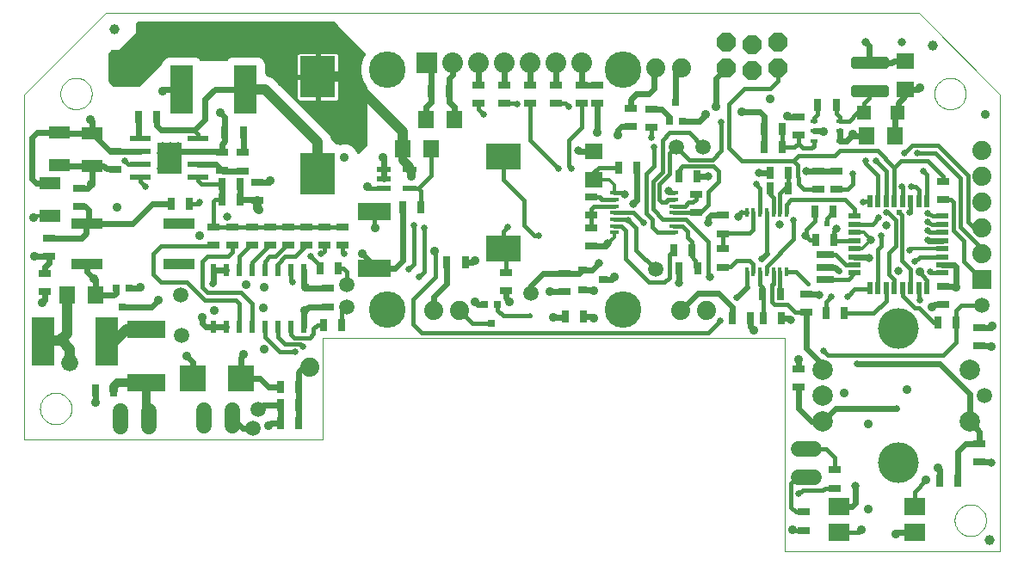
<source format=gtl>
G75*
G70*
%OFA0B0*%
%FSLAX24Y24*%
%IPPOS*%
%LPD*%
%AMOC8*
5,1,8,0,0,1.08239X$1,22.5*
%
%ADD10C,0.0000*%
%ADD11C,0.0787*%
%ADD12C,0.1575*%
%ADD13R,0.0520X0.0220*%
%ADD14R,0.0472X0.0315*%
%ADD15R,0.0315X0.0472*%
%ADD16R,0.1260X0.0709*%
%ADD17R,0.0800X0.0800*%
%ADD18C,0.0800*%
%ADD19C,0.1417*%
%ADD20R,0.0630X0.0709*%
%ADD21R,0.1220X0.0394*%
%ADD22R,0.0669X0.0276*%
%ADD23R,0.0500X0.0220*%
%ADD24R,0.0220X0.0500*%
%ADD25R,0.0236X0.0472*%
%ADD26R,0.0315X0.0177*%
%ADD27R,0.0846X0.0197*%
%ADD28R,0.0945X0.1220*%
%ADD29C,0.0246*%
%ADD30R,0.1378X0.1614*%
%ADD31R,0.0550X0.0550*%
%ADD32R,0.0709X0.0630*%
%ADD33R,0.0354X0.0315*%
%ADD34R,0.0787X0.0472*%
%ADD35R,0.0900X0.1890*%
%ADD36R,0.1000X0.1000*%
%ADD37R,0.0276X0.0276*%
%ADD38R,0.1457X0.0709*%
%ADD39C,0.0600*%
%ADD40C,0.0394*%
%ADD41C,0.0591*%
%ADD42C,0.0740*%
%ADD43R,0.0740X0.0740*%
%ADD44R,0.0354X0.0138*%
%ADD45R,0.0138X0.0354*%
%ADD46R,0.0787X0.0701*%
%ADD47OC8,0.0740*%
%ADD48R,0.1339X0.1024*%
%ADD49C,0.0240*%
%ADD50C,0.0360*%
%ADD51C,0.0120*%
%ADD52C,0.0320*%
%ADD53C,0.0250*%
%ADD54C,0.0160*%
%ADD55C,0.0200*%
%ADD56C,0.0240*%
%ADD57C,0.0660*%
%ADD58C,0.0400*%
%ADD59C,0.0200*%
%ADD60C,0.0320*%
%ADD61C,0.0100*%
D10*
X000180Y005173D02*
X011735Y005173D01*
X011735Y009110D01*
X029633Y009110D01*
X029633Y000843D01*
X037975Y000843D01*
X037975Y018559D01*
X034827Y021708D01*
X003329Y021708D01*
X000180Y018559D01*
X000180Y005173D01*
X000783Y006386D02*
X000785Y006435D01*
X000791Y006484D01*
X000801Y006532D01*
X000814Y006579D01*
X000832Y006625D01*
X000853Y006669D01*
X000877Y006712D01*
X000905Y006752D01*
X000936Y006791D01*
X000970Y006826D01*
X001007Y006859D01*
X001046Y006888D01*
X001088Y006914D01*
X001131Y006937D01*
X001177Y006956D01*
X001223Y006972D01*
X001271Y006984D01*
X001319Y006992D01*
X001368Y006996D01*
X001418Y006996D01*
X001467Y006992D01*
X001515Y006984D01*
X001563Y006972D01*
X001609Y006956D01*
X001655Y006937D01*
X001698Y006914D01*
X001740Y006888D01*
X001779Y006859D01*
X001816Y006826D01*
X001850Y006791D01*
X001881Y006752D01*
X001909Y006712D01*
X001933Y006669D01*
X001954Y006625D01*
X001972Y006579D01*
X001985Y006532D01*
X001995Y006484D01*
X002001Y006435D01*
X002003Y006386D01*
X002001Y006337D01*
X001995Y006288D01*
X001985Y006240D01*
X001972Y006193D01*
X001954Y006147D01*
X001933Y006103D01*
X001909Y006060D01*
X001881Y006020D01*
X001850Y005981D01*
X001816Y005946D01*
X001779Y005913D01*
X001740Y005884D01*
X001698Y005858D01*
X001655Y005835D01*
X001609Y005816D01*
X001563Y005800D01*
X001515Y005788D01*
X001467Y005780D01*
X001418Y005776D01*
X001368Y005776D01*
X001319Y005780D01*
X001271Y005788D01*
X001223Y005800D01*
X001177Y005816D01*
X001131Y005835D01*
X001088Y005858D01*
X001046Y005884D01*
X001007Y005913D01*
X000970Y005946D01*
X000936Y005981D01*
X000905Y006020D01*
X000877Y006060D01*
X000853Y006103D01*
X000832Y006147D01*
X000814Y006193D01*
X000801Y006240D01*
X000791Y006288D01*
X000785Y006337D01*
X000783Y006386D01*
X001570Y018591D02*
X001572Y018640D01*
X001578Y018689D01*
X001588Y018737D01*
X001601Y018784D01*
X001619Y018830D01*
X001640Y018874D01*
X001664Y018917D01*
X001692Y018957D01*
X001723Y018996D01*
X001757Y019031D01*
X001794Y019064D01*
X001833Y019093D01*
X001875Y019119D01*
X001918Y019142D01*
X001964Y019161D01*
X002010Y019177D01*
X002058Y019189D01*
X002106Y019197D01*
X002155Y019201D01*
X002205Y019201D01*
X002254Y019197D01*
X002302Y019189D01*
X002350Y019177D01*
X002396Y019161D01*
X002442Y019142D01*
X002485Y019119D01*
X002527Y019093D01*
X002566Y019064D01*
X002603Y019031D01*
X002637Y018996D01*
X002668Y018957D01*
X002696Y018917D01*
X002720Y018874D01*
X002741Y018830D01*
X002759Y018784D01*
X002772Y018737D01*
X002782Y018689D01*
X002788Y018640D01*
X002790Y018591D01*
X002788Y018542D01*
X002782Y018493D01*
X002772Y018445D01*
X002759Y018398D01*
X002741Y018352D01*
X002720Y018308D01*
X002696Y018265D01*
X002668Y018225D01*
X002637Y018186D01*
X002603Y018151D01*
X002566Y018118D01*
X002527Y018089D01*
X002485Y018063D01*
X002442Y018040D01*
X002396Y018021D01*
X002350Y018005D01*
X002302Y017993D01*
X002254Y017985D01*
X002205Y017981D01*
X002155Y017981D01*
X002106Y017985D01*
X002058Y017993D01*
X002010Y018005D01*
X001964Y018021D01*
X001918Y018040D01*
X001875Y018063D01*
X001833Y018089D01*
X001794Y018118D01*
X001757Y018151D01*
X001723Y018186D01*
X001692Y018225D01*
X001664Y018265D01*
X001640Y018308D01*
X001619Y018352D01*
X001601Y018398D01*
X001588Y018445D01*
X001578Y018493D01*
X001572Y018542D01*
X001570Y018591D01*
X035428Y018591D02*
X035430Y018640D01*
X035436Y018689D01*
X035446Y018737D01*
X035459Y018784D01*
X035477Y018830D01*
X035498Y018874D01*
X035522Y018917D01*
X035550Y018957D01*
X035581Y018996D01*
X035615Y019031D01*
X035652Y019064D01*
X035691Y019093D01*
X035733Y019119D01*
X035776Y019142D01*
X035822Y019161D01*
X035868Y019177D01*
X035916Y019189D01*
X035964Y019197D01*
X036013Y019201D01*
X036063Y019201D01*
X036112Y019197D01*
X036160Y019189D01*
X036208Y019177D01*
X036254Y019161D01*
X036300Y019142D01*
X036343Y019119D01*
X036385Y019093D01*
X036424Y019064D01*
X036461Y019031D01*
X036495Y018996D01*
X036526Y018957D01*
X036554Y018917D01*
X036578Y018874D01*
X036599Y018830D01*
X036617Y018784D01*
X036630Y018737D01*
X036640Y018689D01*
X036646Y018640D01*
X036648Y018591D01*
X036646Y018542D01*
X036640Y018493D01*
X036630Y018445D01*
X036617Y018398D01*
X036599Y018352D01*
X036578Y018308D01*
X036554Y018265D01*
X036526Y018225D01*
X036495Y018186D01*
X036461Y018151D01*
X036424Y018118D01*
X036385Y018089D01*
X036343Y018063D01*
X036300Y018040D01*
X036254Y018021D01*
X036208Y018005D01*
X036160Y017993D01*
X036112Y017985D01*
X036063Y017981D01*
X036013Y017981D01*
X035964Y017985D01*
X035916Y017993D01*
X035868Y018005D01*
X035822Y018021D01*
X035776Y018040D01*
X035733Y018063D01*
X035691Y018089D01*
X035652Y018118D01*
X035615Y018151D01*
X035581Y018186D01*
X035550Y018225D01*
X035522Y018265D01*
X035498Y018308D01*
X035477Y018352D01*
X035459Y018398D01*
X035446Y018445D01*
X035436Y018493D01*
X035430Y018542D01*
X035428Y018591D01*
X036216Y002055D02*
X036218Y002104D01*
X036224Y002153D01*
X036234Y002201D01*
X036247Y002248D01*
X036265Y002294D01*
X036286Y002338D01*
X036310Y002381D01*
X036338Y002421D01*
X036369Y002460D01*
X036403Y002495D01*
X036440Y002528D01*
X036479Y002557D01*
X036521Y002583D01*
X036564Y002606D01*
X036610Y002625D01*
X036656Y002641D01*
X036704Y002653D01*
X036752Y002661D01*
X036801Y002665D01*
X036851Y002665D01*
X036900Y002661D01*
X036948Y002653D01*
X036996Y002641D01*
X037042Y002625D01*
X037088Y002606D01*
X037131Y002583D01*
X037173Y002557D01*
X037212Y002528D01*
X037249Y002495D01*
X037283Y002460D01*
X037314Y002421D01*
X037342Y002381D01*
X037366Y002338D01*
X037387Y002294D01*
X037405Y002248D01*
X037418Y002201D01*
X037428Y002153D01*
X037434Y002104D01*
X037436Y002055D01*
X037434Y002006D01*
X037428Y001957D01*
X037418Y001909D01*
X037405Y001862D01*
X037387Y001816D01*
X037366Y001772D01*
X037342Y001729D01*
X037314Y001689D01*
X037283Y001650D01*
X037249Y001615D01*
X037212Y001582D01*
X037173Y001553D01*
X037131Y001527D01*
X037088Y001504D01*
X037042Y001485D01*
X036996Y001469D01*
X036948Y001457D01*
X036900Y001449D01*
X036851Y001445D01*
X036801Y001445D01*
X036752Y001449D01*
X036704Y001457D01*
X036656Y001469D01*
X036610Y001485D01*
X036564Y001504D01*
X036521Y001527D01*
X036479Y001553D01*
X036440Y001582D01*
X036403Y001615D01*
X036369Y001650D01*
X036338Y001689D01*
X036310Y001729D01*
X036286Y001772D01*
X036265Y001816D01*
X036247Y001862D01*
X036234Y001909D01*
X036224Y001957D01*
X036218Y002006D01*
X036216Y002055D01*
D11*
X036788Y005874D03*
X036788Y007874D03*
X031088Y007874D03*
X031088Y006874D03*
X031088Y005874D03*
D12*
X034038Y004274D03*
X034038Y009474D03*
D13*
X015110Y014923D03*
X015110Y015663D03*
X014110Y015663D03*
X014110Y015293D03*
X014110Y014923D03*
D14*
X012505Y013423D03*
X011805Y013423D03*
X011105Y013423D03*
X010405Y013423D03*
X009705Y013423D03*
X009005Y013423D03*
X008245Y013418D03*
X007515Y013418D03*
X007515Y012709D03*
X008245Y012709D03*
X009005Y012714D03*
X009705Y012714D03*
X010405Y012714D03*
X011105Y012714D03*
X011805Y012714D03*
X012505Y012714D03*
X011930Y011043D03*
X011930Y010334D03*
X018840Y010959D03*
X018840Y011668D03*
X021100Y011627D03*
X021100Y010919D03*
X022135Y012689D03*
X022135Y013398D03*
X022135Y013889D03*
X022135Y014598D03*
X026210Y014683D03*
X026210Y013974D03*
X027230Y013878D03*
X027230Y013169D03*
X027230Y012578D03*
X027230Y011869D03*
X030480Y010828D03*
X030480Y010119D03*
X030180Y007928D03*
X030180Y007219D03*
X031580Y004008D03*
X031580Y003299D03*
X030380Y002378D03*
X030380Y001669D03*
X037180Y004319D03*
X037180Y005028D03*
X037180Y008819D03*
X037180Y009528D03*
X035780Y010419D03*
X035780Y011128D03*
X035765Y014484D03*
X035765Y015193D03*
X031635Y014889D03*
X030935Y014889D03*
X030935Y015598D03*
X031635Y015598D03*
X030165Y016984D03*
X030165Y017693D03*
X024460Y017993D03*
X023665Y018018D03*
X023665Y017309D03*
X024460Y017284D03*
X022380Y018219D03*
X021780Y018219D03*
X021780Y018928D03*
X022380Y018928D03*
X020780Y018928D03*
X020780Y018219D03*
X019780Y018219D03*
X018780Y018219D03*
X018780Y018928D03*
X019780Y018928D03*
X017780Y018928D03*
X017780Y018219D03*
X009210Y015168D03*
X008635Y015599D03*
X007835Y015624D03*
X007835Y016333D03*
X008635Y016308D03*
X009210Y014459D03*
X003710Y015650D03*
X003710Y016358D03*
X002300Y014923D03*
X002300Y014214D03*
X001135Y012998D03*
X001135Y012289D03*
X000980Y011628D03*
X000980Y010919D03*
D15*
X005856Y014328D03*
X006564Y014328D03*
X007826Y014494D03*
X007836Y015103D03*
X008544Y015103D03*
X008535Y014494D03*
X008659Y017073D03*
X007951Y017073D03*
X005310Y017684D03*
X004602Y017684D03*
X014826Y014173D03*
X015534Y014173D03*
X016546Y012053D03*
X017254Y012053D03*
X021126Y009956D03*
X021835Y009956D03*
X025551Y011823D03*
X026259Y011823D03*
X026034Y012518D03*
X025326Y012518D03*
X028776Y010823D03*
X029484Y010823D03*
X029504Y009903D03*
X028796Y009903D03*
X028294Y009893D03*
X027586Y009893D03*
X031226Y010073D03*
X031934Y010073D03*
X035576Y009723D03*
X036284Y009723D03*
X031534Y012933D03*
X030826Y012933D03*
X030806Y014013D03*
X031514Y014013D03*
X029784Y014923D03*
X029076Y014923D03*
X029076Y015523D03*
X029784Y015523D03*
X029549Y016508D03*
X028841Y016508D03*
X028841Y017208D03*
X029549Y017208D03*
X030911Y018138D03*
X031619Y018138D03*
X026234Y015373D03*
X025526Y015373D03*
X023904Y015718D03*
X023196Y015718D03*
X016634Y018673D03*
X015926Y018673D03*
X012334Y011823D03*
X011626Y011823D03*
X011776Y009623D03*
X012484Y009623D03*
X010794Y007223D03*
X010086Y007223D03*
X010086Y006523D03*
X010794Y006523D03*
X010794Y005823D03*
X010086Y005823D03*
X003634Y007073D03*
X002926Y007073D03*
X035626Y003573D03*
X036334Y003573D03*
D16*
X013730Y011816D03*
X013730Y014021D03*
D17*
X015783Y019796D03*
D18*
X016783Y019796D03*
X017783Y019796D03*
X018783Y019796D03*
X019783Y019796D03*
X020783Y019796D03*
X021783Y019796D03*
D19*
X023374Y019536D03*
X014240Y019536D03*
X014240Y010206D03*
X023374Y010206D03*
D20*
X015936Y016458D03*
X014834Y016458D03*
X015729Y017573D03*
X016831Y017573D03*
X002931Y010773D03*
X001829Y010773D03*
X032814Y016938D03*
X033916Y016938D03*
D21*
X006152Y013561D03*
X006152Y011986D03*
X002608Y011986D03*
X002608Y013561D03*
D22*
X031185Y012341D03*
X031185Y011868D03*
X031185Y011396D03*
D23*
X032345Y011641D03*
X032345Y011956D03*
X032345Y012271D03*
X032345Y012586D03*
X032345Y012901D03*
X032345Y013216D03*
X032345Y013531D03*
X032345Y013846D03*
X035725Y013846D03*
X035725Y013531D03*
X035725Y013216D03*
X035725Y012901D03*
X035725Y012586D03*
X035725Y012271D03*
X035725Y011956D03*
X035725Y011641D03*
D24*
X035137Y011053D03*
X034822Y011053D03*
X034507Y011053D03*
X034192Y011053D03*
X033878Y011053D03*
X033563Y011053D03*
X033248Y011053D03*
X032933Y011053D03*
X032933Y014433D03*
X033248Y014433D03*
X033563Y014433D03*
X033878Y014433D03*
X034192Y014433D03*
X034507Y014433D03*
X034822Y014433D03*
X035137Y014433D03*
D25*
X011005Y011771D03*
X010505Y011771D03*
X010005Y011771D03*
X009505Y011771D03*
X009005Y011771D03*
X008505Y011771D03*
X008005Y011771D03*
X007505Y011771D03*
X007505Y009566D03*
X008005Y009566D03*
X008505Y009566D03*
X009005Y009566D03*
X009505Y009566D03*
X010005Y009566D03*
X010505Y009566D03*
X011005Y009566D03*
D26*
X030763Y016764D03*
X030763Y017138D03*
X030763Y017512D03*
X031767Y017512D03*
X031767Y017138D03*
X031767Y016764D03*
D27*
X006917Y016848D03*
X006917Y016348D03*
X006917Y015848D03*
X006917Y015348D03*
X004653Y015348D03*
X004653Y015848D03*
X004653Y016348D03*
X004653Y016848D03*
D28*
X005785Y016098D03*
D29*
X032290Y018830D02*
X033540Y018830D01*
X033540Y018584D01*
X032290Y018584D01*
X032290Y018830D01*
X032290Y018829D02*
X033540Y018829D01*
X033540Y019933D02*
X032290Y019933D01*
X033540Y019933D02*
X033540Y019687D01*
X032290Y019687D01*
X032290Y019933D01*
X032290Y019932D02*
X033540Y019932D01*
D30*
X011545Y019239D03*
X011545Y015498D03*
D31*
X032715Y017838D03*
X034015Y017838D03*
D32*
X034295Y018757D03*
X034295Y019860D03*
X022250Y016370D03*
X022250Y015267D03*
D33*
X021787Y011749D03*
X022613Y011375D03*
X021787Y011001D03*
D34*
X002795Y015804D03*
X001550Y015824D03*
X001160Y015108D03*
X001160Y013849D03*
X001550Y017083D03*
X002795Y017063D03*
D35*
X006280Y018748D03*
X008720Y018748D03*
X003355Y009003D03*
X000915Y009003D03*
D36*
X006705Y007558D03*
X008555Y007558D03*
D37*
X003980Y010309D03*
X003724Y011038D03*
X004236Y011038D03*
X018004Y010418D03*
X018516Y010418D03*
X018260Y009689D03*
X025154Y017509D03*
X025666Y017509D03*
X025410Y018238D03*
D38*
X004895Y009442D03*
X004895Y007375D03*
D39*
X004995Y006293D02*
X004995Y005693D01*
X003895Y005693D02*
X003895Y006293D01*
X007140Y006308D02*
X007140Y005708D01*
X008240Y005708D02*
X008240Y006308D01*
X030180Y004823D02*
X030780Y004823D01*
X030780Y003723D02*
X030180Y003723D01*
D40*
X037580Y001273D03*
X035365Y020463D03*
X003680Y021073D03*
D41*
X007720Y020973D03*
X012680Y011173D03*
X012680Y010323D03*
X006230Y010773D03*
X006280Y009223D03*
X009220Y006338D03*
X009030Y005623D03*
X019800Y010863D03*
X024630Y011773D03*
X025430Y016523D03*
X026480Y016523D03*
X037280Y010373D03*
X037380Y006873D03*
D42*
X037280Y012373D03*
X037280Y013373D03*
X037280Y014373D03*
X037280Y015373D03*
X037280Y016373D03*
X026600Y010173D03*
X025600Y010173D03*
X017040Y010173D03*
X016040Y010173D03*
X011230Y007973D03*
X024645Y019603D03*
X025645Y019603D03*
D43*
X037280Y011373D03*
D44*
X025332Y013206D03*
X025332Y013462D03*
X025332Y013718D03*
X025332Y013973D03*
X025332Y014229D03*
X025332Y014485D03*
X025332Y014741D03*
X023028Y014741D03*
X023028Y014485D03*
X023028Y014229D03*
X023028Y013973D03*
X023028Y013718D03*
X023028Y013462D03*
X023028Y013206D03*
D45*
X028162Y013975D03*
X028418Y013975D03*
X028674Y013975D03*
X028930Y013975D03*
X029186Y013975D03*
X029442Y013975D03*
X029698Y013975D03*
X029698Y011672D03*
X029442Y011672D03*
X029186Y011672D03*
X028930Y011672D03*
X028674Y011672D03*
X028418Y011672D03*
X028162Y011672D03*
D46*
X031723Y002573D03*
X031723Y001573D03*
X034656Y001573D03*
X034656Y002573D03*
D47*
X028380Y019473D03*
X029380Y019573D03*
X029380Y020573D03*
X028380Y020473D03*
X027380Y020573D03*
X027380Y019573D03*
D48*
X018740Y016145D03*
X018740Y012602D03*
D49*
X017620Y012133D02*
X017540Y012053D01*
X017254Y012053D01*
X016546Y012053D02*
X016546Y011219D01*
X016040Y010713D01*
X016040Y010173D01*
X017736Y010418D02*
X018004Y010418D01*
X018840Y010673D02*
X018980Y010533D01*
X018840Y010673D02*
X018840Y010959D01*
X019800Y010863D02*
X019800Y011143D01*
X020284Y011627D01*
X021100Y011627D01*
X021665Y011627D01*
X021787Y011749D01*
X022176Y011749D01*
X022440Y012013D01*
X023030Y011473D02*
X022932Y011375D01*
X022613Y011375D01*
X022252Y011001D02*
X022220Y010953D01*
X022252Y011001D02*
X021787Y011001D01*
X021100Y010919D02*
X020555Y010919D01*
X020550Y010913D01*
X020680Y009923D02*
X021093Y009923D01*
X021126Y009956D01*
X021835Y009956D02*
X022147Y009956D01*
X022230Y009873D01*
X025520Y011243D02*
X025551Y011274D01*
X025551Y011823D01*
X026280Y010853D02*
X025600Y010173D01*
X026280Y010853D02*
X027060Y010853D01*
X027586Y010328D01*
X027586Y009893D01*
X028294Y009893D02*
X028294Y009539D01*
X028420Y009413D01*
X029504Y009903D02*
X029790Y009903D01*
X029880Y009813D01*
X030480Y010119D02*
X030480Y008713D01*
X031080Y008113D01*
X031080Y007883D01*
X030180Y007928D02*
X030180Y008273D01*
X030180Y007219D02*
X030180Y006373D01*
X030680Y005873D01*
X031087Y005873D01*
X031088Y005874D02*
X031587Y006373D01*
X033980Y006373D01*
X036334Y004728D02*
X036634Y005028D01*
X037180Y005028D01*
X037180Y005483D01*
X036788Y005874D01*
X036788Y006965D01*
X035620Y008133D01*
X032420Y008133D01*
X035330Y010323D02*
X035426Y010419D01*
X035780Y010419D01*
X035780Y011128D02*
X036134Y011128D01*
X036280Y011073D01*
X036280Y011873D01*
X036197Y011956D01*
X035725Y011956D01*
X035725Y012901D02*
X035203Y012901D01*
X035180Y012923D01*
X032910Y012223D02*
X032832Y012271D01*
X032345Y012271D01*
X031730Y011723D02*
X031575Y011868D01*
X031185Y011868D01*
X030926Y010828D02*
X030480Y010828D01*
X030926Y010828D02*
X030980Y010773D01*
X028930Y012403D02*
X028720Y012193D01*
X028162Y011096D02*
X027760Y010693D01*
X022780Y012773D02*
X022696Y012689D01*
X022135Y012689D01*
X023780Y014323D02*
X023904Y014448D01*
X023904Y015718D01*
X022250Y016370D02*
X021634Y016370D01*
X022380Y017073D02*
X022380Y018219D01*
X022380Y018928D02*
X021780Y018928D01*
X021780Y019793D01*
X020780Y019793D02*
X020780Y018928D01*
X019780Y018928D02*
X019780Y019793D01*
X018780Y019793D02*
X018780Y018928D01*
X017780Y018928D02*
X017780Y019793D01*
X016783Y019796D02*
X016783Y019327D01*
X016630Y019173D01*
X016630Y018678D01*
X016634Y018673D02*
X016634Y018269D01*
X016830Y018073D01*
X016830Y017575D01*
X015729Y017573D02*
X015729Y018072D01*
X015926Y018269D01*
X015926Y018673D01*
X015926Y019654D01*
X015783Y019796D01*
X014110Y016093D02*
X014110Y015663D01*
X014110Y015293D01*
X014826Y014173D02*
X014826Y012119D01*
X014523Y011816D01*
X013730Y011816D01*
X013730Y011923D02*
X013280Y012373D01*
X011930Y011043D02*
X011111Y011043D01*
X011080Y011073D02*
X011005Y011148D01*
X011005Y011771D01*
X011191Y010334D02*
X011030Y010173D01*
X011005Y010148D01*
X011005Y009566D01*
X011191Y010334D02*
X011930Y010334D01*
X008680Y008473D02*
X008555Y008348D01*
X008555Y007558D01*
X009295Y007558D01*
X009630Y007223D01*
X010086Y007223D01*
X010794Y007223D02*
X010794Y007788D01*
X010980Y007973D01*
X011230Y007973D01*
X010794Y007223D02*
X010794Y006523D01*
X010794Y005823D01*
X010086Y005823D02*
X010086Y006523D01*
X009435Y006523D01*
X009220Y006338D01*
X009730Y005823D02*
X009630Y005723D01*
X009730Y005823D02*
X010086Y005823D01*
X009030Y005623D02*
X008625Y005623D01*
X008240Y006008D01*
X006705Y007558D02*
X006705Y008198D01*
X006480Y008423D01*
X007187Y009566D02*
X007080Y009673D01*
X007080Y009923D01*
X007187Y009566D02*
X007505Y009566D01*
X008005Y009566D01*
X005380Y010573D02*
X005116Y010309D01*
X003980Y010309D01*
X003630Y010773D02*
X002931Y010773D01*
X002931Y011372D01*
X002880Y011423D01*
X002608Y011695D01*
X002608Y011986D01*
X003724Y011038D02*
X003724Y010868D01*
X003630Y010773D01*
X004236Y011038D02*
X004644Y011038D01*
X004680Y011073D01*
X007480Y011223D02*
X007505Y011248D01*
X007505Y011771D01*
X008005Y011771D01*
X005135Y014328D02*
X004367Y013561D01*
X002608Y013561D01*
X002580Y013533D02*
X002580Y013173D01*
X002404Y012998D01*
X001135Y012998D01*
X001135Y012289D02*
X000596Y012289D01*
X001130Y012284D02*
X001130Y012023D01*
X000980Y011873D01*
X000980Y011628D01*
X000980Y010919D02*
X000980Y010573D01*
X000880Y010473D01*
X002680Y013633D02*
X002680Y014073D01*
X002539Y014214D01*
X002300Y014214D01*
X002300Y014923D02*
X002629Y014923D01*
X002780Y015073D01*
X002795Y015088D02*
X002795Y015804D01*
X003250Y015804D01*
X003380Y015673D01*
X003687Y015673D01*
X002795Y015804D02*
X001570Y015804D01*
X000645Y015108D02*
X000480Y015273D01*
X000480Y016873D01*
X000680Y017073D01*
X001540Y017073D01*
X001570Y017063D02*
X002795Y017063D01*
X003500Y016358D01*
X003710Y016358D01*
X003720Y016348D02*
X004653Y016348D01*
X004602Y016900D02*
X004602Y017684D01*
X005310Y017684D02*
X005310Y017343D01*
X005480Y017173D01*
X006780Y017173D01*
X007180Y017573D01*
X007180Y018373D01*
X007555Y018748D01*
X008720Y018748D01*
X007780Y017853D02*
X007951Y017683D01*
X007951Y017073D01*
X007951Y016744D01*
X007830Y016623D01*
X007830Y016338D01*
X007819Y016348D02*
X006917Y016348D01*
X006035Y016348D01*
X006917Y015848D02*
X007611Y015848D01*
X007835Y015624D01*
X007860Y015599D02*
X008635Y015599D01*
X009210Y015168D02*
X009654Y015168D01*
X009710Y015223D01*
X009175Y014494D02*
X008535Y014494D01*
X008544Y014504D02*
X008544Y015103D01*
X007836Y015103D02*
X007836Y014504D01*
X005856Y014328D02*
X005135Y014328D01*
X008635Y016308D02*
X008659Y016332D01*
X008659Y017073D01*
X006280Y018748D02*
X005625Y018748D01*
X005550Y018673D01*
X002795Y017508D02*
X002730Y017573D01*
X002795Y017508D02*
X002795Y017063D01*
X001160Y015108D02*
X000645Y015108D01*
X002926Y007073D02*
X002926Y006628D01*
X023180Y016973D02*
X023180Y017173D01*
X023316Y017309D01*
X023665Y017309D01*
X023665Y018018D02*
X023665Y018358D01*
X023880Y018573D01*
X024380Y018573D01*
X024580Y018773D01*
X024580Y019538D01*
X024645Y019603D01*
X025410Y019368D02*
X025645Y019603D01*
X025410Y019368D02*
X025410Y018238D01*
X025154Y017699D02*
X024861Y017993D01*
X024460Y017993D01*
X025154Y017699D02*
X025154Y017509D01*
X025666Y017509D02*
X026344Y017509D01*
X026580Y017773D01*
X026980Y018073D02*
X026980Y019173D01*
X027380Y019573D01*
X027980Y017873D02*
X028680Y017873D01*
X028841Y017713D01*
X028841Y017208D01*
X028841Y016508D01*
X030480Y015573D02*
X030504Y015598D01*
X030935Y015598D01*
X031635Y015598D01*
X031767Y016764D02*
X032021Y016764D01*
X032280Y017023D01*
X032346Y016957D01*
X032714Y016957D01*
X032814Y016938D01*
X031767Y016764D02*
X031767Y017138D01*
X031115Y017138D02*
X030763Y017138D01*
X030165Y017693D02*
X029761Y017693D01*
X029730Y017723D01*
X029076Y015523D02*
X028630Y015523D01*
X026680Y015373D02*
X026234Y015373D01*
X026784Y013878D02*
X026680Y013773D01*
X026680Y013603D01*
X026784Y013878D02*
X027230Y013878D01*
X033916Y016938D02*
X033916Y017740D01*
X034030Y017853D02*
X034030Y018223D01*
X034280Y018473D01*
X034280Y018742D01*
X034295Y018757D02*
X034814Y018757D01*
X034880Y018823D01*
X034295Y019860D02*
X033866Y019860D01*
X033780Y019773D01*
X032951Y019773D01*
X032915Y019810D02*
X032915Y020438D01*
X032780Y020573D01*
X037180Y009528D02*
X037634Y009528D01*
X037680Y009573D01*
X037584Y008819D02*
X037180Y008819D01*
X037584Y008819D02*
X037630Y008773D01*
X036334Y004728D02*
X036334Y003573D01*
X035626Y003573D02*
X035626Y004028D01*
X035580Y004073D01*
X037180Y004319D02*
X037584Y004319D01*
X037630Y004273D01*
X034656Y001573D02*
X033970Y001573D01*
X033920Y001523D01*
X032380Y002733D02*
X032220Y002573D01*
X031723Y002573D01*
X032380Y002733D02*
X032380Y003373D01*
D50*
X032880Y002493D03*
X032600Y001673D03*
X033920Y001523D03*
X035100Y003613D03*
X035580Y004073D03*
X032880Y005773D03*
X031930Y006973D03*
X030180Y008273D03*
X028420Y009413D03*
X023030Y011473D03*
X022220Y010953D03*
X022230Y009873D03*
X020680Y009923D03*
X020550Y010913D03*
X018980Y010533D03*
X017620Y010533D03*
X017620Y012133D03*
X016080Y012473D03*
X013780Y013373D03*
X013280Y012373D03*
X011080Y011073D03*
X011030Y010173D03*
X009430Y010273D03*
X009480Y011073D03*
X008780Y011173D03*
X007530Y010173D03*
X007080Y009923D03*
X005380Y010573D03*
X004680Y011073D03*
X002880Y011423D03*
X000880Y010473D03*
X000580Y012273D03*
X000530Y013773D03*
X002780Y015073D03*
X003780Y014193D03*
X006980Y013073D03*
X009280Y014073D03*
X009710Y015223D03*
X012580Y016123D03*
X014080Y016123D03*
X015180Y015373D03*
X013480Y014973D03*
X007780Y017853D03*
X005550Y018673D03*
X002730Y017573D03*
X009480Y008673D03*
X008680Y008473D03*
X006480Y008423D03*
X002930Y006623D03*
X009630Y005723D03*
X022380Y017073D03*
X023180Y016973D03*
X026580Y017773D03*
X026980Y018073D03*
X027980Y017873D03*
X029080Y018373D03*
X029730Y017723D03*
X031130Y017123D03*
X032280Y017023D03*
X034880Y018823D03*
X037410Y017773D03*
X034880Y011673D03*
X036280Y011073D03*
X035330Y010323D03*
X037680Y009573D03*
X037630Y008773D03*
X034380Y007123D03*
X029920Y001673D03*
D51*
X011111Y011043D02*
X011080Y011073D01*
X003710Y015650D02*
X003687Y015673D01*
X003720Y016348D02*
X003710Y016358D01*
X001570Y015804D02*
X001550Y015824D01*
X002780Y015073D02*
X002795Y015088D01*
X001160Y013849D02*
X000605Y013849D01*
X000530Y013773D01*
X000596Y012289D02*
X000580Y012273D01*
X001130Y012284D02*
X001135Y012289D01*
X005785Y016098D02*
X006035Y016348D01*
X007819Y016348D02*
X007835Y016333D01*
X007830Y016338D01*
X014080Y016123D02*
X014110Y016093D01*
X016830Y017575D02*
X016831Y017573D01*
X016634Y018673D02*
X016630Y018678D01*
X021630Y016373D02*
X021634Y016370D01*
X023180Y016873D02*
X023180Y016973D01*
X022820Y015253D02*
X022264Y015253D01*
X022250Y015267D01*
X022820Y015253D02*
X023028Y015045D01*
X023028Y014741D01*
X023028Y013206D02*
X023028Y013022D01*
X022780Y012773D01*
X022812Y012805D01*
X031115Y017138D02*
X031130Y017123D01*
X032779Y016973D02*
X032814Y016938D01*
X034015Y017838D02*
X034030Y017853D01*
X032951Y019773D02*
X032915Y019810D01*
X032688Y013216D02*
X032345Y013216D01*
X032688Y013216D02*
X032980Y012923D01*
X032643Y012586D01*
X032345Y012586D01*
X034480Y012523D02*
X034543Y012586D01*
X035725Y012586D01*
X002930Y006623D02*
X002926Y006628D01*
X001570Y017063D02*
X001550Y017083D01*
X001540Y017073D01*
D52*
X003940Y019213D03*
X004320Y019173D03*
X004760Y019373D03*
X005080Y019613D03*
X004240Y020333D03*
X003960Y020013D03*
X003960Y019633D03*
X004580Y020693D03*
X004820Y020913D03*
X005080Y021133D03*
X005420Y021133D03*
X005940Y021153D03*
X006400Y021173D03*
X006900Y021193D03*
X008380Y021153D03*
X008700Y021173D03*
X009080Y021193D03*
X009460Y021193D03*
X009820Y021193D03*
X010060Y020993D03*
X010300Y020773D03*
X010200Y020433D03*
X009900Y020273D03*
X010160Y019993D03*
X010460Y020113D03*
X010440Y019793D03*
X010140Y019653D03*
X010120Y019333D03*
X010420Y019473D03*
X010400Y019133D03*
X010120Y019033D03*
X010380Y018813D03*
X011180Y018033D03*
X011500Y018033D03*
X011820Y018033D03*
X012120Y018113D03*
X012380Y017933D03*
X012760Y018073D03*
X012460Y018233D03*
X012660Y018513D03*
X012960Y018373D03*
X012980Y018733D03*
X012680Y018853D03*
X012700Y019193D03*
X013020Y019073D03*
X013040Y019453D03*
X012720Y019513D03*
X012940Y019793D03*
X012620Y019893D03*
X012580Y020253D03*
X012300Y020453D03*
X012160Y020753D03*
X011960Y020473D03*
X011620Y020473D03*
X011280Y020473D03*
X010940Y020473D03*
X010600Y020473D03*
X010660Y020813D03*
X011020Y020813D03*
X011380Y020813D03*
X011780Y020793D03*
X011560Y021213D03*
X012140Y021153D03*
X012640Y020613D03*
X012980Y020213D03*
X010980Y021213D03*
X010440Y021173D03*
X009920Y020673D03*
X008030Y013823D03*
X021630Y016373D03*
X023440Y014693D03*
X023780Y014323D03*
X025130Y014823D03*
X026680Y015373D03*
X028630Y015523D03*
X030480Y015573D03*
X027830Y013823D03*
X026680Y013603D03*
X029430Y013513D03*
X030430Y013103D03*
X031640Y013353D03*
X032980Y012923D03*
X032910Y012223D03*
X034030Y011723D03*
X033580Y013473D03*
X030980Y010773D03*
X029880Y009813D03*
X026740Y011493D03*
X025520Y011243D03*
X022780Y012773D03*
X022440Y012013D03*
X032380Y003373D03*
X037630Y004273D03*
X034180Y020573D03*
X032780Y020573D03*
D53*
X027180Y017473D03*
X024480Y016873D03*
X024580Y016513D03*
X021380Y015673D03*
X020880Y015673D03*
X023580Y013673D03*
X024180Y013573D03*
X020100Y013093D03*
X018900Y013413D03*
X015680Y013373D03*
X015280Y013473D03*
X015080Y011773D03*
X015480Y011473D03*
X012580Y012373D03*
X011680Y012373D03*
X011280Y012273D03*
X010580Y011273D03*
X007480Y011223D03*
X010980Y008773D03*
X010680Y008573D03*
X006980Y014373D03*
X006030Y015673D03*
X005730Y015673D03*
X005430Y015673D03*
X005530Y015973D03*
X005830Y015973D03*
X006130Y015973D03*
X006030Y016273D03*
X005730Y016273D03*
X005430Y016273D03*
X005530Y016573D03*
X005830Y016573D03*
X006130Y016573D03*
X004080Y015973D03*
X004880Y014973D03*
X017980Y017773D03*
X019280Y018173D03*
X021280Y018073D03*
X028520Y015093D03*
X029980Y013673D03*
X028720Y012193D03*
X027760Y010693D03*
X027140Y009773D03*
X031140Y008613D03*
X032420Y008133D03*
X033980Y006373D03*
X030180Y003073D03*
X031420Y010713D03*
X032060Y010733D03*
X031730Y011723D03*
X033380Y013073D03*
X033280Y013773D03*
X033580Y013973D03*
X032660Y014373D03*
X034180Y014973D03*
X034530Y014973D03*
X035000Y015593D03*
X034780Y016273D03*
X034280Y016273D03*
X033180Y015973D03*
X032780Y015973D03*
X032260Y015473D03*
X034480Y013973D03*
X035180Y013953D03*
X035180Y013613D03*
X035180Y013273D03*
X035180Y012923D03*
X034480Y012523D03*
X034680Y012073D03*
X035280Y011673D03*
X034880Y010573D03*
D54*
X034822Y010631D01*
X034822Y011053D01*
X034507Y011053D02*
X034507Y011796D01*
X034180Y012123D01*
X034180Y013873D01*
X034070Y013983D01*
X033930Y013683D02*
X033640Y013973D01*
X033580Y013973D01*
X033280Y013773D02*
X033037Y013531D01*
X032345Y013531D01*
X032345Y013846D02*
X032345Y014108D01*
X031980Y014473D01*
X029880Y014473D01*
X029700Y014293D01*
X029700Y013977D01*
X029698Y013975D01*
X029442Y013975D02*
X029442Y014735D01*
X029630Y014923D01*
X029784Y014923D01*
X029784Y015523D01*
X030140Y015373D02*
X030140Y015813D01*
X029980Y015973D01*
X030180Y016173D01*
X031580Y016173D01*
X031780Y016373D01*
X033230Y016373D01*
X033880Y015723D01*
X034130Y015973D01*
X035180Y015973D01*
X035765Y015388D01*
X035765Y015193D01*
X035137Y015456D02*
X035000Y015593D01*
X035137Y015456D02*
X035137Y014433D01*
X034822Y014433D02*
X034822Y014851D01*
X034700Y014973D01*
X034530Y014973D01*
X034192Y014961D02*
X034180Y014973D01*
X034192Y014961D02*
X034192Y014433D01*
X033880Y014436D02*
X033880Y015723D01*
X033563Y015591D02*
X033563Y014433D01*
X033878Y014433D02*
X033880Y014436D01*
X033248Y014433D02*
X033248Y015426D01*
X032780Y015893D01*
X032780Y015973D01*
X033180Y015973D02*
X033563Y015591D01*
X034280Y016273D02*
X034580Y016573D01*
X035580Y016573D01*
X036730Y015423D01*
X036730Y013623D01*
X036980Y013373D01*
X037280Y013373D01*
X037280Y012573D02*
X036430Y013423D01*
X036430Y015323D01*
X035480Y016273D01*
X034780Y016273D01*
X033916Y017740D02*
X034015Y017838D01*
X032915Y018408D02*
X032915Y018707D01*
X032915Y018408D02*
X032715Y018208D01*
X032715Y017838D01*
X032445Y017838D01*
X032119Y017512D01*
X031767Y017512D01*
X031767Y017686D01*
X031619Y017834D01*
X031619Y018138D01*
X030911Y018138D02*
X030911Y017804D01*
X030763Y017656D01*
X030763Y017512D01*
X030165Y016984D02*
X030165Y016658D01*
X030350Y016473D01*
X030680Y016473D01*
X030763Y016556D01*
X030763Y016764D01*
X030165Y016658D02*
X030015Y016508D01*
X029549Y016508D01*
X029549Y017208D01*
X029980Y015973D02*
X027980Y015973D01*
X027480Y016473D01*
X027480Y018173D01*
X028080Y018773D01*
X029080Y018773D01*
X029380Y019073D01*
X029380Y019573D01*
X027180Y017473D02*
X027180Y016373D01*
X026840Y016033D01*
X025920Y016033D01*
X025430Y016523D01*
X025180Y016273D01*
X025180Y015473D01*
X024780Y015073D01*
X024780Y014493D01*
X024880Y014393D01*
X025020Y014393D01*
X025112Y014485D01*
X025332Y014485D01*
X025332Y014741D02*
X025212Y014741D01*
X025130Y014823D01*
X024520Y015173D02*
X024900Y015553D01*
X024900Y016793D01*
X025180Y017073D01*
X025930Y017073D01*
X026480Y016523D01*
X026880Y015773D02*
X025680Y015773D01*
X025526Y015619D01*
X025526Y015373D01*
X024520Y015173D02*
X024520Y014113D01*
X024916Y013718D01*
X025332Y013718D01*
X025796Y013718D01*
X026660Y012853D01*
X026660Y011653D01*
X026740Y011493D01*
X026259Y011823D02*
X026180Y011903D01*
X026180Y012133D01*
X026034Y012279D01*
X026034Y012518D01*
X026020Y012533D01*
X026020Y012853D01*
X025860Y013013D01*
X025860Y013253D01*
X025652Y013462D01*
X025332Y013462D01*
X025332Y013206D02*
X024708Y013206D01*
X024500Y013413D01*
X024500Y013733D01*
X024280Y013953D01*
X024280Y015473D01*
X024580Y015773D01*
X024580Y016513D01*
X024480Y016873D02*
X024460Y016893D01*
X024460Y017284D01*
X026880Y015773D02*
X027080Y015573D01*
X027080Y015173D01*
X026680Y014773D01*
X026680Y014273D01*
X026380Y013973D01*
X026209Y013973D01*
X026210Y013974D01*
X026209Y013973D02*
X025332Y013973D01*
X025332Y014229D02*
X025756Y014229D01*
X025900Y014373D01*
X026080Y014373D01*
X026210Y014503D01*
X026210Y014683D01*
X027982Y013975D02*
X028162Y013975D01*
X028418Y013975D02*
X028418Y013312D01*
X028280Y013173D01*
X027234Y013173D01*
X027230Y013169D01*
X027230Y012578D01*
X027780Y012133D02*
X027520Y011873D01*
X027234Y011873D01*
X027230Y011869D01*
X027780Y012133D02*
X028280Y012133D01*
X028418Y011995D01*
X028418Y011672D01*
X028162Y011672D02*
X028162Y011096D01*
X028674Y011179D02*
X028780Y011073D01*
X028780Y010828D01*
X028776Y010823D01*
X028796Y010803D01*
X028796Y009903D01*
X029230Y010423D02*
X029730Y010423D01*
X030030Y010123D01*
X030476Y010123D01*
X030480Y010119D01*
X031226Y010073D02*
X031226Y010519D01*
X031420Y010713D01*
X032060Y010733D02*
X032340Y011013D01*
X032893Y011013D01*
X032933Y011053D01*
X033248Y011053D02*
X033248Y012541D01*
X033380Y012673D01*
X033380Y013073D01*
X033930Y012673D02*
X033930Y013683D01*
X034480Y013973D02*
X034507Y014001D01*
X034507Y014433D01*
X035180Y013953D02*
X035368Y013846D01*
X035725Y013846D01*
X035343Y013531D02*
X035180Y013613D01*
X035343Y013531D02*
X035725Y013531D01*
X035725Y013216D02*
X035238Y013216D01*
X035180Y013273D01*
X036180Y013273D02*
X036180Y014373D01*
X036069Y014484D01*
X035765Y014484D01*
X036180Y013273D02*
X036580Y012873D01*
X036580Y012073D01*
X037280Y011373D01*
X037280Y010373D02*
X036480Y010373D01*
X036284Y010178D01*
X036284Y009723D01*
X036284Y008958D01*
X035780Y008453D01*
X031300Y008453D01*
X031140Y008613D01*
X031080Y007883D02*
X031088Y007874D01*
X031088Y005874D02*
X031087Y005873D01*
X031250Y004823D02*
X030480Y004823D01*
X031250Y004823D02*
X031580Y004493D01*
X031580Y004008D01*
X031580Y003299D02*
X031186Y003299D01*
X031106Y003219D01*
X030326Y003219D01*
X030180Y003073D01*
X029880Y003473D02*
X030080Y003673D01*
X030430Y003673D01*
X030480Y003723D01*
X029880Y003473D02*
X029880Y002553D01*
X030056Y002378D01*
X030380Y002378D01*
X030380Y001669D02*
X029884Y001669D01*
X029920Y001673D01*
X031723Y001573D02*
X032500Y001573D01*
X032600Y001673D01*
X034656Y002573D02*
X034656Y003169D01*
X035100Y003613D01*
X027140Y009773D02*
X026680Y009313D01*
X015560Y009313D01*
X015220Y009653D01*
X015220Y010613D01*
X016100Y011493D01*
X016100Y012453D01*
X016080Y012473D01*
X015280Y011973D02*
X015080Y011773D01*
X015280Y011973D02*
X015280Y013473D01*
X015680Y013373D02*
X015680Y011673D01*
X015480Y011473D01*
X013730Y011816D02*
X013730Y011923D01*
X012680Y011673D02*
X012680Y011173D01*
X012680Y011673D02*
X012530Y011823D01*
X012334Y011823D01*
X011626Y011823D02*
X011626Y011928D01*
X011280Y012273D01*
X011680Y012373D02*
X011805Y012498D01*
X011805Y012714D01*
X011105Y012714D02*
X010664Y012273D01*
X010280Y012273D01*
X010005Y011998D01*
X010005Y011771D01*
X010505Y011771D02*
X010505Y011348D01*
X010580Y011273D01*
X009505Y011771D02*
X009505Y012098D01*
X009680Y012273D01*
X009904Y012273D01*
X010345Y012714D01*
X010405Y012714D01*
X009705Y012714D02*
X009680Y012689D01*
X009636Y012689D01*
X009005Y012058D01*
X009005Y011771D01*
X008505Y011771D02*
X008505Y012298D01*
X008921Y012714D01*
X009005Y012714D01*
X008980Y012689D01*
X008245Y012709D02*
X008245Y012438D01*
X008080Y012273D01*
X007280Y012273D01*
X007080Y012073D01*
X007080Y011073D01*
X007280Y010873D01*
X008580Y010873D01*
X009005Y010448D01*
X009005Y009566D01*
X008505Y009566D02*
X008505Y010448D01*
X008380Y010573D01*
X007180Y010573D01*
X006480Y011273D01*
X005480Y011273D01*
X005180Y011573D01*
X005180Y012373D01*
X005480Y012673D01*
X007479Y012673D01*
X007515Y012709D01*
X007515Y013418D02*
X008245Y013418D01*
X009000Y013418D01*
X009005Y013423D01*
X009705Y013423D01*
X010405Y013423D01*
X011105Y013423D01*
X011805Y013423D01*
X012505Y013423D01*
X012505Y012714D02*
X012505Y012448D01*
X012580Y012373D01*
X013730Y013423D02*
X013780Y013373D01*
X013730Y013423D02*
X013730Y014021D01*
X013530Y014923D02*
X013480Y014973D01*
X013530Y014923D02*
X014110Y014923D01*
X015110Y014923D02*
X015430Y014923D01*
X015936Y015430D01*
X015936Y016458D01*
X015110Y015743D02*
X015110Y015663D01*
X015430Y014923D02*
X015534Y014819D01*
X015534Y014173D01*
X018740Y013253D02*
X018740Y012602D01*
X018840Y012502D01*
X018840Y011668D01*
X017620Y010533D02*
X017736Y010418D01*
X017040Y010173D02*
X017524Y009689D01*
X018260Y009689D01*
X018740Y009973D02*
X018516Y010198D01*
X018516Y010418D01*
X018740Y009973D02*
X019780Y009973D01*
X023480Y012173D02*
X023480Y013273D01*
X023292Y013462D01*
X023028Y013462D01*
X023028Y013718D02*
X023536Y013718D01*
X023580Y013673D01*
X023880Y013373D01*
X023880Y012523D01*
X024630Y011773D01*
X024980Y011273D02*
X025166Y011459D01*
X025166Y012358D01*
X025326Y012518D01*
X024180Y013573D02*
X023780Y013973D01*
X023028Y013973D01*
X023028Y014229D02*
X022236Y014229D01*
X022135Y014128D01*
X022135Y013889D01*
X022135Y013398D01*
X022548Y014485D02*
X022460Y014573D01*
X022159Y014573D01*
X022135Y014598D01*
X022548Y014485D02*
X023028Y014485D01*
X023028Y014741D02*
X023392Y014741D01*
X023440Y014693D01*
X022256Y015273D02*
X022250Y015267D01*
X022250Y015543D01*
X022425Y015718D01*
X023196Y015718D01*
X021380Y015673D02*
X021280Y015773D01*
X021280Y016773D01*
X021780Y017273D01*
X021780Y018219D01*
X021280Y018073D02*
X021134Y018219D01*
X020780Y018219D01*
X019780Y018219D02*
X019780Y016773D01*
X020880Y015673D01*
X019540Y014453D02*
X018740Y015253D01*
X018740Y016145D01*
X017980Y017773D02*
X017780Y017973D01*
X017780Y018219D01*
X018780Y018219D02*
X019234Y018219D01*
X019280Y018173D01*
X018780Y019793D02*
X018783Y019796D01*
X019780Y019793D02*
X019783Y019796D01*
X020780Y019793D02*
X020783Y019796D01*
X021780Y019793D02*
X021783Y019796D01*
X017783Y019796D02*
X017780Y019793D01*
X009210Y014459D02*
X009175Y014494D01*
X008544Y014504D02*
X008535Y014494D01*
X007836Y014504D02*
X007826Y014494D01*
X007805Y014473D01*
X007580Y014473D01*
X007515Y014408D01*
X007515Y013418D01*
X006935Y014328D02*
X006564Y014328D01*
X006935Y014328D02*
X006980Y014373D01*
X007050Y015103D02*
X006917Y015237D01*
X006917Y015348D01*
X007050Y015103D02*
X007836Y015103D01*
X007860Y015599D02*
X007835Y015624D01*
X006917Y016848D02*
X006917Y017037D01*
X006780Y017173D01*
X004653Y016848D02*
X004602Y016900D01*
X004653Y015848D02*
X004205Y015848D01*
X004080Y015973D01*
X004653Y015348D02*
X004653Y015200D01*
X004880Y014973D01*
X002680Y013633D02*
X002608Y013561D01*
X002580Y013533D01*
X009505Y009566D02*
X009505Y009148D01*
X010080Y008573D01*
X010680Y008573D01*
X010880Y008873D02*
X010980Y008773D01*
X010880Y008873D02*
X010280Y008873D01*
X010005Y009148D01*
X010005Y009566D01*
X010505Y009566D02*
X010505Y009248D01*
X010630Y009123D01*
X011230Y009123D01*
X011380Y009273D01*
X011380Y009473D01*
X011530Y009623D01*
X011776Y009623D01*
X012484Y009623D02*
X012484Y010128D01*
X012680Y010323D01*
X018740Y013253D02*
X018900Y013413D01*
X019540Y013493D02*
X019540Y014453D01*
X019540Y013493D02*
X019940Y013093D01*
X020100Y013093D01*
X023480Y012173D02*
X024380Y011273D01*
X024980Y011273D01*
X028674Y011179D02*
X028674Y011672D01*
X028930Y011672D02*
X028930Y011903D01*
X029980Y012953D01*
X029980Y013673D01*
X030480Y013333D02*
X030480Y013153D01*
X030430Y013103D01*
X030600Y012933D01*
X030826Y012933D01*
X030480Y013333D02*
X030806Y013659D01*
X030806Y014013D01*
X031260Y013759D02*
X031514Y014013D01*
X031260Y013759D02*
X031260Y013553D01*
X031534Y013248D02*
X031640Y013353D01*
X031534Y013248D02*
X031534Y012933D01*
X031534Y012901D01*
X032345Y012901D01*
X031613Y012341D02*
X031997Y011956D01*
X032345Y011956D01*
X032345Y011641D02*
X032100Y011396D01*
X031185Y011396D01*
X031185Y011868D02*
X031180Y011873D01*
X031185Y012341D02*
X031613Y012341D01*
X030530Y011223D02*
X030082Y011672D01*
X029698Y011672D01*
X029442Y011672D02*
X029442Y010866D01*
X029484Y010823D01*
X029130Y010523D02*
X029230Y010423D01*
X029130Y010523D02*
X029130Y011173D01*
X029186Y011229D01*
X029186Y011672D01*
X028930Y012403D02*
X028930Y013975D01*
X028674Y013975D02*
X028674Y014928D01*
X028520Y015093D01*
X029076Y014923D02*
X029080Y014919D01*
X029080Y014673D01*
X029186Y014568D01*
X029186Y013975D01*
X030180Y015073D02*
X030364Y014889D01*
X030935Y014889D01*
X031635Y014889D02*
X032056Y014889D01*
X032260Y015093D01*
X032260Y015473D01*
X031651Y014873D02*
X031635Y014889D01*
X032660Y014373D02*
X032720Y014433D01*
X032933Y014433D01*
X030180Y015073D02*
X030180Y015333D01*
X030140Y015373D01*
X033680Y012423D02*
X033930Y012673D01*
X033680Y012423D02*
X033680Y011573D01*
X033878Y011376D01*
X033878Y011053D01*
X034192Y011053D02*
X034192Y010761D01*
X034660Y010293D01*
X034820Y010293D01*
X035390Y009723D01*
X035576Y009723D01*
X035137Y011053D02*
X035137Y011366D01*
X034880Y011673D01*
X035280Y011673D02*
X035312Y011641D01*
X035725Y011641D01*
X035725Y012271D02*
X034878Y012271D01*
X034680Y012073D01*
X033563Y011053D02*
X033563Y010556D01*
X033080Y010073D01*
X031934Y010073D01*
X037280Y012373D02*
X037280Y012573D01*
X034280Y018742D02*
X034295Y018757D01*
X004895Y007375D02*
X004893Y007373D01*
D55*
X019780Y009973D03*
X030530Y011223D03*
D56*
X031260Y013553D03*
X034070Y013983D03*
D57*
X001930Y008143D03*
D58*
X001930Y008703D01*
X001620Y009013D01*
X001540Y009013D01*
X001829Y009302D01*
X001829Y010773D01*
X003700Y009013D02*
X004129Y009442D01*
X004895Y009442D01*
X003700Y009013D02*
X003365Y009013D01*
X003355Y009003D01*
X001540Y009013D02*
X000925Y009013D01*
X000915Y009003D01*
X011545Y015498D02*
X011545Y016708D01*
X009505Y018748D01*
X008720Y018748D01*
X011545Y019239D02*
X012715Y019239D01*
X014834Y017120D01*
X014834Y016458D01*
D59*
X027830Y013823D02*
X027982Y013975D01*
D60*
X015180Y015373D02*
X015180Y015593D01*
X015110Y015663D01*
X015110Y015743D02*
X014834Y016020D01*
X014834Y016458D01*
X009210Y014459D02*
X009210Y014143D01*
X009280Y014073D01*
X004895Y007375D02*
X004895Y006093D01*
X004995Y005993D01*
X003634Y007073D02*
X003634Y007228D01*
X003780Y007373D01*
X004893Y007373D01*
D61*
X013098Y016311D02*
X013046Y016435D01*
X012892Y016590D01*
X012689Y016673D01*
X012471Y016673D01*
X012392Y016641D01*
X012308Y016675D01*
X012258Y016675D01*
X012115Y016818D01*
X012115Y016822D01*
X012028Y017031D01*
X011868Y017192D01*
X009828Y019232D01*
X009618Y019318D01*
X009615Y019318D01*
X009540Y019393D01*
X009540Y019767D01*
X009484Y019903D01*
X009380Y020007D01*
X009244Y020063D01*
X008197Y020063D01*
X008061Y020007D01*
X007987Y019933D01*
X007013Y019933D01*
X006939Y020007D01*
X006803Y020063D01*
X005756Y020063D01*
X005620Y020007D01*
X005516Y019903D01*
X005464Y019777D01*
X004600Y018913D01*
X003660Y018913D01*
X003640Y018933D01*
X003620Y018933D01*
X003460Y019093D01*
X003460Y020133D01*
X003580Y020253D01*
X003860Y020253D01*
X004540Y020933D01*
X004540Y021293D01*
X004584Y021338D01*
X012136Y021338D01*
X013339Y020134D01*
X013235Y019953D01*
X013161Y019678D01*
X013161Y019394D01*
X013235Y019120D01*
X013377Y018874D01*
X013400Y018851D01*
X013400Y016613D01*
X013098Y016311D01*
X013060Y016402D02*
X013189Y016402D01*
X013288Y016501D02*
X012980Y016501D01*
X012868Y016599D02*
X013386Y016599D01*
X013400Y016698D02*
X012235Y016698D01*
X012137Y016796D02*
X013400Y016796D01*
X013400Y016895D02*
X012085Y016895D01*
X012044Y016993D02*
X013400Y016993D01*
X013400Y017092D02*
X011968Y017092D01*
X011869Y017190D02*
X013400Y017190D01*
X013400Y017289D02*
X011771Y017289D01*
X011672Y017387D02*
X013400Y017387D01*
X013400Y017486D02*
X011574Y017486D01*
X011475Y017584D02*
X013400Y017584D01*
X013400Y017683D02*
X011377Y017683D01*
X011278Y017781D02*
X013400Y017781D01*
X013400Y017880D02*
X011180Y017880D01*
X011081Y017978D02*
X013400Y017978D01*
X013400Y018077D02*
X010983Y018077D01*
X010884Y018175D02*
X013400Y018175D01*
X013400Y018274D02*
X010786Y018274D01*
X010798Y018292D02*
X010836Y018281D01*
X011495Y018281D01*
X011495Y019189D01*
X010706Y019189D01*
X010706Y018412D01*
X010716Y018374D01*
X010736Y018339D01*
X010764Y018311D01*
X010798Y018292D01*
X010717Y018372D02*
X010687Y018372D01*
X010706Y018471D02*
X010589Y018471D01*
X010490Y018569D02*
X010706Y018569D01*
X010706Y018668D02*
X010392Y018668D01*
X010293Y018766D02*
X010706Y018766D01*
X010706Y018865D02*
X010195Y018865D01*
X010096Y018963D02*
X010706Y018963D01*
X010706Y019062D02*
X009998Y019062D01*
X009899Y019160D02*
X010706Y019160D01*
X010706Y019289D02*
X011495Y019289D01*
X011495Y020196D01*
X010836Y020196D01*
X010798Y020185D01*
X010764Y020166D01*
X010736Y020138D01*
X010716Y020104D01*
X010706Y020065D01*
X010706Y019289D01*
X010706Y019357D02*
X009576Y019357D01*
X009540Y019456D02*
X010706Y019456D01*
X010706Y019554D02*
X009540Y019554D01*
X009540Y019653D02*
X010706Y019653D01*
X010706Y019751D02*
X009540Y019751D01*
X009506Y019850D02*
X010706Y019850D01*
X010706Y019948D02*
X009439Y019948D01*
X009284Y020047D02*
X010706Y020047D01*
X010744Y020145D02*
X003472Y020145D01*
X003460Y020047D02*
X005716Y020047D01*
X005561Y019948D02*
X003460Y019948D01*
X003460Y019850D02*
X005494Y019850D01*
X005438Y019751D02*
X003460Y019751D01*
X003460Y019653D02*
X005340Y019653D01*
X005241Y019554D02*
X003460Y019554D01*
X003460Y019456D02*
X005143Y019456D01*
X005044Y019357D02*
X003460Y019357D01*
X003460Y019259D02*
X004946Y019259D01*
X004847Y019160D02*
X003460Y019160D01*
X003491Y019062D02*
X004749Y019062D01*
X004650Y018963D02*
X003590Y018963D01*
X003571Y020244D02*
X013229Y020244D01*
X013131Y020342D02*
X003949Y020342D01*
X004048Y020441D02*
X013032Y020441D01*
X012934Y020539D02*
X004146Y020539D01*
X004245Y020638D02*
X012835Y020638D01*
X012737Y020736D02*
X004343Y020736D01*
X004442Y020835D02*
X012638Y020835D01*
X012540Y020933D02*
X004540Y020933D01*
X004540Y021032D02*
X012441Y021032D01*
X012343Y021130D02*
X004540Y021130D01*
X004540Y021229D02*
X012244Y021229D01*
X012146Y021327D02*
X004574Y021327D01*
X006843Y020047D02*
X008157Y020047D01*
X008002Y019948D02*
X006998Y019948D01*
X009762Y019259D02*
X011495Y019259D01*
X011495Y019289D02*
X011495Y019189D01*
X011595Y019189D01*
X011595Y019289D01*
X011495Y019289D01*
X011495Y019357D02*
X011595Y019357D01*
X011595Y019289D02*
X011595Y020196D01*
X012254Y020196D01*
X012292Y020185D01*
X012326Y020166D01*
X012354Y020138D01*
X012374Y020104D01*
X012384Y020065D01*
X012384Y019289D01*
X011595Y019289D01*
X011595Y019259D02*
X013197Y019259D01*
X013171Y019357D02*
X012384Y019357D01*
X012384Y019456D02*
X013161Y019456D01*
X013161Y019554D02*
X012384Y019554D01*
X012384Y019653D02*
X013161Y019653D01*
X013181Y019751D02*
X012384Y019751D01*
X012384Y019850D02*
X013207Y019850D01*
X013234Y019948D02*
X012384Y019948D01*
X012384Y020047D02*
X013289Y020047D01*
X013328Y020145D02*
X012346Y020145D01*
X011595Y020145D02*
X011495Y020145D01*
X011495Y020047D02*
X011595Y020047D01*
X011595Y019948D02*
X011495Y019948D01*
X011495Y019850D02*
X011595Y019850D01*
X011595Y019751D02*
X011495Y019751D01*
X011495Y019653D02*
X011595Y019653D01*
X011595Y019554D02*
X011495Y019554D01*
X011495Y019456D02*
X011595Y019456D01*
X011595Y019189D02*
X012384Y019189D01*
X012384Y018412D01*
X012374Y018374D01*
X012354Y018339D01*
X012326Y018311D01*
X012292Y018292D01*
X012254Y018281D01*
X011595Y018281D01*
X011595Y019189D01*
X011595Y019160D02*
X011495Y019160D01*
X011495Y019062D02*
X011595Y019062D01*
X011595Y018963D02*
X011495Y018963D01*
X011495Y018865D02*
X011595Y018865D01*
X011595Y018766D02*
X011495Y018766D01*
X011495Y018668D02*
X011595Y018668D01*
X011595Y018569D02*
X011495Y018569D01*
X011495Y018471D02*
X011595Y018471D01*
X011595Y018372D02*
X011495Y018372D01*
X012373Y018372D02*
X013400Y018372D01*
X013400Y018471D02*
X012384Y018471D01*
X012384Y018569D02*
X013400Y018569D01*
X013400Y018668D02*
X012384Y018668D01*
X012384Y018766D02*
X013400Y018766D01*
X013386Y018865D02*
X012384Y018865D01*
X012384Y018963D02*
X013325Y018963D01*
X013268Y019062D02*
X012384Y019062D01*
X012384Y019160D02*
X013224Y019160D01*
M02*

</source>
